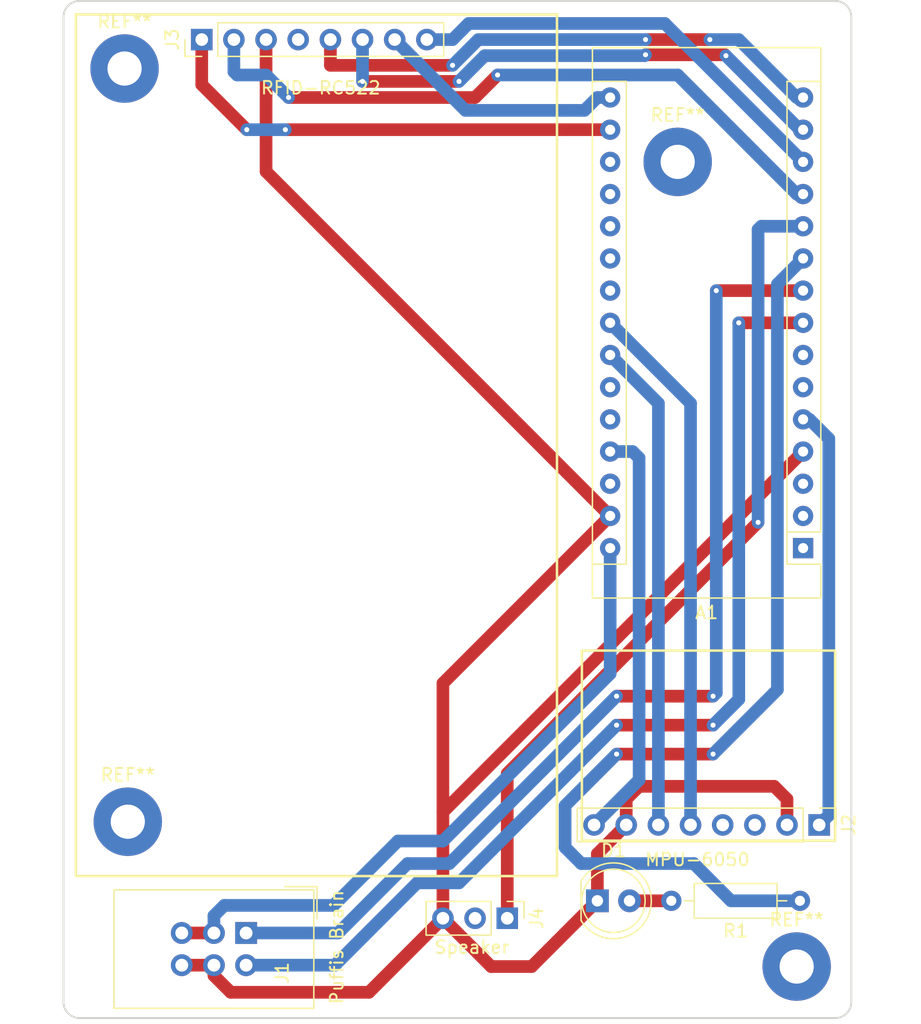
<source format=kicad_pcb>
(kicad_pcb (version 4) (host pcbnew 4.0.7)

  (general
    (links 25)
    (no_connects 0)
    (area 32.944999 27.864999 95.325001 108.279001)
    (thickness 1.6)
    (drawings 16)
    (tracks 131)
    (zones 0)
    (modules 11)
    (nets 35)
  )

  (page A4)
  (layers
    (0 F.Cu signal)
    (31 B.Cu signal)
    (32 B.Adhes user)
    (33 F.Adhes user)
    (34 B.Paste user)
    (35 F.Paste user)
    (36 B.SilkS user)
    (37 F.SilkS user)
    (38 B.Mask user)
    (39 F.Mask user)
    (40 Dwgs.User user)
    (41 Cmts.User user)
    (42 Eco1.User user)
    (43 Eco2.User user)
    (44 Edge.Cuts user)
    (45 Margin user)
    (46 B.CrtYd user)
    (47 F.CrtYd user)
    (48 B.Fab user)
    (49 F.Fab user)
  )

  (setup
    (last_trace_width 1)
    (user_trace_width 0.5)
    (user_trace_width 1)
    (user_trace_width 1.5)
    (user_trace_width 2)
    (trace_clearance 0.2)
    (zone_clearance 0.508)
    (zone_45_only no)
    (trace_min 0.2)
    (segment_width 0.2)
    (edge_width 0.15)
    (via_size 0.6)
    (via_drill 0.4)
    (via_min_size 0.4)
    (via_min_drill 0.3)
    (uvia_size 0.3)
    (uvia_drill 0.1)
    (uvias_allowed no)
    (uvia_min_size 0.2)
    (uvia_min_drill 0.1)
    (pcb_text_width 0.3)
    (pcb_text_size 1.5 1.5)
    (mod_edge_width 0.15)
    (mod_text_size 1 1)
    (mod_text_width 0.15)
    (pad_size 1.524 1.524)
    (pad_drill 0.762)
    (pad_to_mask_clearance 0.2)
    (aux_axis_origin 0 0)
    (visible_elements FFFFFF7F)
    (pcbplotparams
      (layerselection 0x00030_80000001)
      (usegerberextensions false)
      (excludeedgelayer true)
      (linewidth 0.100000)
      (plotframeref false)
      (viasonmask false)
      (mode 1)
      (useauxorigin false)
      (hpglpennumber 1)
      (hpglpenspeed 20)
      (hpglpendiameter 15)
      (hpglpenoverlay 2)
      (psnegative false)
      (psa4output false)
      (plotreference true)
      (plotvalue true)
      (plotinvisibletext false)
      (padsonsilk false)
      (subtractmaskfromsilk false)
      (outputformat 1)
      (mirror false)
      (drillshape 1)
      (scaleselection 1)
      (outputdirectory ""))
  )

  (net 0 "")
  (net 1 "Net-(A1-Pad1)")
  (net 2 /33v)
  (net 3 "Net-(A1-Pad2)")
  (net 4 "Net-(A1-Pad18)")
  (net 5 "Net-(A1-Pad3)")
  (net 6 "Net-(A1-Pad19)")
  (net 7 /GND)
  (net 8 "Net-(A1-Pad20)")
  (net 9 /mpu_int)
  (net 10 "Net-(A1-Pad21)")
  (net 11 "Net-(A1-Pad6)")
  (net 12 "Net-(A1-Pad22)")
  (net 13 "Net-(A1-Pad7)")
  (net 14 /SCA)
  (net 15 /RX)
  (net 16 /SCL)
  (net 17 /TX)
  (net 18 "Net-(A1-Pad25)")
  (net 19 /sig_armed)
  (net 20 "Net-(A1-Pad26)")
  (net 21 /beep)
  (net 22 /5v)
  (net 23 /rfid_rst)
  (net 24 "Net-(A1-Pad28)")
  (net 25 /rfid_ss)
  (net 26 /rfid_mosi)
  (net 27 /VDD)
  (net 28 /rfid_miso)
  (net 29 /rfid_sck)
  (net 30 "Net-(D1-Pad2)")
  (net 31 "Net-(J2-Pad3)")
  (net 32 "Net-(J2-Pad4)")
  (net 33 "Net-(J3-Pad4)")
  (net 34 "Net-(J4-Pad2)")

  (net_class Default "This is the default net class."
    (clearance 0.2)
    (trace_width 0.25)
    (via_dia 0.6)
    (via_drill 0.4)
    (uvia_dia 0.3)
    (uvia_drill 0.1)
    (add_net /33v)
    (add_net /5v)
    (add_net /GND)
    (add_net /RX)
    (add_net /SCA)
    (add_net /SCL)
    (add_net /TX)
    (add_net /VDD)
    (add_net /beep)
    (add_net /mpu_int)
    (add_net /rfid_miso)
    (add_net /rfid_mosi)
    (add_net /rfid_rst)
    (add_net /rfid_sck)
    (add_net /rfid_ss)
    (add_net /sig_armed)
    (add_net "Net-(A1-Pad1)")
    (add_net "Net-(A1-Pad18)")
    (add_net "Net-(A1-Pad19)")
    (add_net "Net-(A1-Pad2)")
    (add_net "Net-(A1-Pad20)")
    (add_net "Net-(A1-Pad21)")
    (add_net "Net-(A1-Pad22)")
    (add_net "Net-(A1-Pad25)")
    (add_net "Net-(A1-Pad26)")
    (add_net "Net-(A1-Pad28)")
    (add_net "Net-(A1-Pad3)")
    (add_net "Net-(A1-Pad6)")
    (add_net "Net-(A1-Pad7)")
    (add_net "Net-(D1-Pad2)")
    (add_net "Net-(J2-Pad3)")
    (add_net "Net-(J2-Pad4)")
    (add_net "Net-(J3-Pad4)")
    (add_net "Net-(J4-Pad2)")
  )

  (module Module:Arduino_Nano (layer F.Cu) (tedit 58ACAF70) (tstamp 5C201AB8)
    (at 91.44 71.12 180)
    (descr "Arduino Nano, http://www.mouser.com/pdfdocs/Gravitech_Arduino_Nano3_0.pdf")
    (tags "Arduino Nano")
    (path /5C201256)
    (fp_text reference A1 (at 7.62 -5.08 180) (layer F.SilkS)
      (effects (font (size 1 1) (thickness 0.15)))
    )
    (fp_text value Arduino_Nano_v3.x (at 8.89 19.05 270) (layer F.Fab)
      (effects (font (size 1 1) (thickness 0.15)))
    )
    (fp_text user %R (at 6.35 19.05 270) (layer F.Fab)
      (effects (font (size 1 1) (thickness 0.15)))
    )
    (fp_line (start 1.27 1.27) (end 1.27 -1.27) (layer F.SilkS) (width 0.12))
    (fp_line (start 1.27 -1.27) (end -1.4 -1.27) (layer F.SilkS) (width 0.12))
    (fp_line (start -1.4 1.27) (end -1.4 39.5) (layer F.SilkS) (width 0.12))
    (fp_line (start -1.4 -3.94) (end -1.4 -1.27) (layer F.SilkS) (width 0.12))
    (fp_line (start 13.97 -1.27) (end 16.64 -1.27) (layer F.SilkS) (width 0.12))
    (fp_line (start 13.97 -1.27) (end 13.97 36.83) (layer F.SilkS) (width 0.12))
    (fp_line (start 13.97 36.83) (end 16.64 36.83) (layer F.SilkS) (width 0.12))
    (fp_line (start 1.27 1.27) (end -1.4 1.27) (layer F.SilkS) (width 0.12))
    (fp_line (start 1.27 1.27) (end 1.27 36.83) (layer F.SilkS) (width 0.12))
    (fp_line (start 1.27 36.83) (end -1.4 36.83) (layer F.SilkS) (width 0.12))
    (fp_line (start 3.81 31.75) (end 11.43 31.75) (layer F.Fab) (width 0.1))
    (fp_line (start 11.43 31.75) (end 11.43 41.91) (layer F.Fab) (width 0.1))
    (fp_line (start 11.43 41.91) (end 3.81 41.91) (layer F.Fab) (width 0.1))
    (fp_line (start 3.81 41.91) (end 3.81 31.75) (layer F.Fab) (width 0.1))
    (fp_line (start -1.4 39.5) (end 16.64 39.5) (layer F.SilkS) (width 0.12))
    (fp_line (start 16.64 39.5) (end 16.64 -3.94) (layer F.SilkS) (width 0.12))
    (fp_line (start 16.64 -3.94) (end -1.4 -3.94) (layer F.SilkS) (width 0.12))
    (fp_line (start 16.51 39.37) (end -1.27 39.37) (layer F.Fab) (width 0.1))
    (fp_line (start -1.27 39.37) (end -1.27 -2.54) (layer F.Fab) (width 0.1))
    (fp_line (start -1.27 -2.54) (end 0 -3.81) (layer F.Fab) (width 0.1))
    (fp_line (start 0 -3.81) (end 16.51 -3.81) (layer F.Fab) (width 0.1))
    (fp_line (start 16.51 -3.81) (end 16.51 39.37) (layer F.Fab) (width 0.1))
    (fp_line (start -1.53 -4.06) (end 16.75 -4.06) (layer F.CrtYd) (width 0.05))
    (fp_line (start -1.53 -4.06) (end -1.53 42.16) (layer F.CrtYd) (width 0.05))
    (fp_line (start 16.75 42.16) (end 16.75 -4.06) (layer F.CrtYd) (width 0.05))
    (fp_line (start 16.75 42.16) (end -1.53 42.16) (layer F.CrtYd) (width 0.05))
    (pad 1 thru_hole rect (at 0 0 180) (size 1.6 1.6) (drill 0.8) (layers *.Cu *.Mask)
      (net 1 "Net-(A1-Pad1)"))
    (pad 17 thru_hole oval (at 15.24 33.02 180) (size 1.6 1.6) (drill 0.8) (layers *.Cu *.Mask)
      (net 2 /33v))
    (pad 2 thru_hole oval (at 0 2.54 180) (size 1.6 1.6) (drill 0.8) (layers *.Cu *.Mask)
      (net 3 "Net-(A1-Pad2)"))
    (pad 18 thru_hole oval (at 15.24 30.48 180) (size 1.6 1.6) (drill 0.8) (layers *.Cu *.Mask)
      (net 4 "Net-(A1-Pad18)"))
    (pad 3 thru_hole oval (at 0 5.08 180) (size 1.6 1.6) (drill 0.8) (layers *.Cu *.Mask)
      (net 5 "Net-(A1-Pad3)"))
    (pad 19 thru_hole oval (at 15.24 27.94 180) (size 1.6 1.6) (drill 0.8) (layers *.Cu *.Mask)
      (net 6 "Net-(A1-Pad19)"))
    (pad 4 thru_hole oval (at 0 7.62 180) (size 1.6 1.6) (drill 0.8) (layers *.Cu *.Mask)
      (net 7 /GND))
    (pad 20 thru_hole oval (at 15.24 25.4 180) (size 1.6 1.6) (drill 0.8) (layers *.Cu *.Mask)
      (net 8 "Net-(A1-Pad20)"))
    (pad 5 thru_hole oval (at 0 10.16 180) (size 1.6 1.6) (drill 0.8) (layers *.Cu *.Mask)
      (net 9 /mpu_int))
    (pad 21 thru_hole oval (at 15.24 22.86 180) (size 1.6 1.6) (drill 0.8) (layers *.Cu *.Mask)
      (net 10 "Net-(A1-Pad21)"))
    (pad 6 thru_hole oval (at 0 12.7 180) (size 1.6 1.6) (drill 0.8) (layers *.Cu *.Mask)
      (net 11 "Net-(A1-Pad6)"))
    (pad 22 thru_hole oval (at 15.24 20.32 180) (size 1.6 1.6) (drill 0.8) (layers *.Cu *.Mask)
      (net 12 "Net-(A1-Pad22)"))
    (pad 7 thru_hole oval (at 0 15.24 180) (size 1.6 1.6) (drill 0.8) (layers *.Cu *.Mask)
      (net 13 "Net-(A1-Pad7)"))
    (pad 23 thru_hole oval (at 15.24 17.78 180) (size 1.6 1.6) (drill 0.8) (layers *.Cu *.Mask)
      (net 14 /SCA))
    (pad 8 thru_hole oval (at 0 17.78 180) (size 1.6 1.6) (drill 0.8) (layers *.Cu *.Mask)
      (net 15 /RX))
    (pad 24 thru_hole oval (at 15.24 15.24 180) (size 1.6 1.6) (drill 0.8) (layers *.Cu *.Mask)
      (net 16 /SCL))
    (pad 9 thru_hole oval (at 0 20.32 180) (size 1.6 1.6) (drill 0.8) (layers *.Cu *.Mask)
      (net 17 /TX))
    (pad 25 thru_hole oval (at 15.24 12.7 180) (size 1.6 1.6) (drill 0.8) (layers *.Cu *.Mask)
      (net 18 "Net-(A1-Pad25)"))
    (pad 10 thru_hole oval (at 0 22.86 180) (size 1.6 1.6) (drill 0.8) (layers *.Cu *.Mask)
      (net 19 /sig_armed))
    (pad 26 thru_hole oval (at 15.24 10.16 180) (size 1.6 1.6) (drill 0.8) (layers *.Cu *.Mask)
      (net 20 "Net-(A1-Pad26)"))
    (pad 11 thru_hole oval (at 0 25.4 180) (size 1.6 1.6) (drill 0.8) (layers *.Cu *.Mask)
      (net 21 /beep))
    (pad 27 thru_hole oval (at 15.24 7.62 180) (size 1.6 1.6) (drill 0.8) (layers *.Cu *.Mask)
      (net 22 /5v))
    (pad 12 thru_hole oval (at 0 27.94 180) (size 1.6 1.6) (drill 0.8) (layers *.Cu *.Mask)
      (net 23 /rfid_rst))
    (pad 28 thru_hole oval (at 15.24 5.08 180) (size 1.6 1.6) (drill 0.8) (layers *.Cu *.Mask)
      (net 24 "Net-(A1-Pad28)"))
    (pad 13 thru_hole oval (at 0 30.48 180) (size 1.6 1.6) (drill 0.8) (layers *.Cu *.Mask)
      (net 25 /rfid_ss))
    (pad 29 thru_hole oval (at 15.24 2.54 180) (size 1.6 1.6) (drill 0.8) (layers *.Cu *.Mask)
      (net 7 /GND))
    (pad 14 thru_hole oval (at 0 33.02 180) (size 1.6 1.6) (drill 0.8) (layers *.Cu *.Mask)
      (net 26 /rfid_mosi))
    (pad 30 thru_hole oval (at 15.24 0 180) (size 1.6 1.6) (drill 0.8) (layers *.Cu *.Mask)
      (net 27 /VDD))
    (pad 15 thru_hole oval (at 0 35.56 180) (size 1.6 1.6) (drill 0.8) (layers *.Cu *.Mask)
      (net 28 /rfid_miso))
    (pad 16 thru_hole oval (at 15.24 35.56 180) (size 1.6 1.6) (drill 0.8) (layers *.Cu *.Mask)
      (net 29 /rfid_sck))
    (model ${KISYS3DMOD}/Module.3dshapes/Arduino_Nano_WithMountingHoles.wrl
      (at (xyz 0 0 0))
      (scale (xyz 1 1 1))
      (rotate (xyz 0 0 0))
    )
  )

  (module led:LED_D5.0mm_Clear (layer F.Cu) (tedit 5A6C9BC0) (tstamp 5C201ABE)
    (at 75.19 98.952)
    (descr "LED, diameter 5.0mm, 2 pins, http://cdn-reichelt.de/documents/datenblatt/A500/LL-504BC2E-009.pdf")
    (tags "LED diameter 5.0mm 2 pins")
    (path /5C20148A)
    (fp_text reference D1 (at 1.27 -3.96) (layer F.SilkS)
      (effects (font (size 1 1) (thickness 0.15)))
    )
    (fp_text value LED (at 1.27 3.96) (layer F.Fab)
      (effects (font (size 1 1) (thickness 0.15)))
    )
    (fp_text user %R (at 1.25 0) (layer F.Fab)
      (effects (font (size 0.8 0.8) (thickness 0.2)))
    )
    (fp_line (start -1.23 -1.469694) (end -1.23 1.469694) (layer F.Fab) (width 0.1))
    (fp_line (start -1.29 -1.545) (end -1.29 1.545) (layer F.SilkS) (width 0.12))
    (fp_line (start -1.95 -3.25) (end -1.95 3.25) (layer F.CrtYd) (width 0.05))
    (fp_line (start -1.95 3.25) (end 4.5 3.25) (layer F.CrtYd) (width 0.05))
    (fp_line (start 4.5 3.25) (end 4.5 -3.25) (layer F.CrtYd) (width 0.05))
    (fp_line (start 4.5 -3.25) (end -1.95 -3.25) (layer F.CrtYd) (width 0.05))
    (fp_circle (center 1.27 0) (end 3.77 0) (layer F.Fab) (width 0.1))
    (fp_circle (center 1.27 0) (end 3.77 0) (layer F.SilkS) (width 0.12))
    (fp_arc (start 1.27 0) (end -1.23 -1.469694) (angle 299.1) (layer F.Fab) (width 0.1))
    (fp_arc (start 1.27 0) (end -1.29 -1.54483) (angle 148.9) (layer F.SilkS) (width 0.12))
    (fp_arc (start 1.27 0) (end -1.29 1.54483) (angle -148.9) (layer F.SilkS) (width 0.12))
    (pad 1 thru_hole rect (at 0 0) (size 1.8 1.8) (drill 0.9) (layers *.Cu *.Mask)
      (net 7 /GND))
    (pad 2 thru_hole circle (at 2.54 0) (size 1.8 1.8) (drill 0.9) (layers *.Cu *.Mask)
      (net 30 "Net-(D1-Pad2)"))
    (model ${KISYS3DMOD}/LED_THT.3dshapes/LED_D5.0mm_Clear.wrl
      (at (xyz 0 0 0))
      (scale (xyz 1 1 1))
      (rotate (xyz 0 0 0))
    )
  )

  (module Connector_IDC:IDC-Header_2x03_P2.54mm_Vertical (layer F.Cu) (tedit 5C20217F) (tstamp 5C201AC8)
    (at 47.444 101.492 270)
    (descr "Through hole straight IDC box header, 2x03, 2.54mm pitch, double rows")
    (tags "Through hole IDC box header THT 2x03 2.54mm double row")
    (path /5C2012C5)
    (fp_text reference J1 (at 3.156 -2.848 270) (layer F.SilkS)
      (effects (font (size 1 1) (thickness 0.15)))
    )
    (fp_text value "Puffis Brain" (at 1.124 -7.166 450) (layer F.SilkS)
      (effects (font (size 1 1) (thickness 0.15)))
    )
    (fp_text user %R (at 1.27 2.54 270) (layer F.Fab)
      (effects (font (size 1 1) (thickness 0.15)))
    )
    (fp_line (start 5.695 -5.1) (end 5.695 10.18) (layer F.Fab) (width 0.1))
    (fp_line (start 5.145 -4.56) (end 5.145 9.62) (layer F.Fab) (width 0.1))
    (fp_line (start -3.155 -5.1) (end -3.155 10.18) (layer F.Fab) (width 0.1))
    (fp_line (start -2.605 -4.56) (end -2.605 0.29) (layer F.Fab) (width 0.1))
    (fp_line (start -2.605 4.79) (end -2.605 9.62) (layer F.Fab) (width 0.1))
    (fp_line (start -2.605 0.29) (end -3.155 0.29) (layer F.Fab) (width 0.1))
    (fp_line (start -2.605 4.79) (end -3.155 4.79) (layer F.Fab) (width 0.1))
    (fp_line (start 5.695 -5.1) (end -3.155 -5.1) (layer F.Fab) (width 0.1))
    (fp_line (start 5.145 -4.56) (end -2.605 -4.56) (layer F.Fab) (width 0.1))
    (fp_line (start 5.695 10.18) (end -3.155 10.18) (layer F.Fab) (width 0.1))
    (fp_line (start 5.145 9.62) (end -2.605 9.62) (layer F.Fab) (width 0.1))
    (fp_line (start 5.695 -5.1) (end 5.145 -4.56) (layer F.Fab) (width 0.1))
    (fp_line (start 5.695 10.18) (end 5.145 9.62) (layer F.Fab) (width 0.1))
    (fp_line (start -3.155 -5.1) (end -2.605 -4.56) (layer F.Fab) (width 0.1))
    (fp_line (start -3.155 10.18) (end -2.605 9.62) (layer F.Fab) (width 0.1))
    (fp_line (start 5.95 -5.35) (end 5.95 10.43) (layer F.CrtYd) (width 0.05))
    (fp_line (start 5.95 10.43) (end -3.41 10.43) (layer F.CrtYd) (width 0.05))
    (fp_line (start -3.41 10.43) (end -3.41 -5.35) (layer F.CrtYd) (width 0.05))
    (fp_line (start -3.41 -5.35) (end 5.95 -5.35) (layer F.CrtYd) (width 0.05))
    (fp_line (start 5.945 -5.35) (end 5.945 10.43) (layer F.SilkS) (width 0.12))
    (fp_line (start 5.945 10.43) (end -3.405 10.43) (layer F.SilkS) (width 0.12))
    (fp_line (start -3.405 10.43) (end -3.405 -5.35) (layer F.SilkS) (width 0.12))
    (fp_line (start -3.405 -5.35) (end 5.945 -5.35) (layer F.SilkS) (width 0.12))
    (fp_line (start -3.655 -5.6) (end -3.655 -3.06) (layer F.SilkS) (width 0.12))
    (fp_line (start -3.655 -5.6) (end -1.115 -5.6) (layer F.SilkS) (width 0.12))
    (pad 1 thru_hole rect (at 0 0 270) (size 1.7272 1.7272) (drill 1.016) (layers *.Cu *.Mask)
      (net 17 /TX))
    (pad 2 thru_hole oval (at 2.54 0 270) (size 1.7272 1.7272) (drill 1.016) (layers *.Cu *.Mask)
      (net 15 /RX))
    (pad 3 thru_hole oval (at 0 2.54 270) (size 1.7272 1.7272) (drill 1.016) (layers *.Cu *.Mask)
      (net 27 /VDD))
    (pad 4 thru_hole oval (at 2.54 2.54 270) (size 1.7272 1.7272) (drill 1.016) (layers *.Cu *.Mask)
      (net 7 /GND))
    (pad 5 thru_hole oval (at 0 5.08 270) (size 1.7272 1.7272) (drill 1.016) (layers *.Cu *.Mask)
      (net 27 /VDD))
    (pad 6 thru_hole oval (at 2.54 5.08 270) (size 1.7272 1.7272) (drill 1.016) (layers *.Cu *.Mask)
      (net 7 /GND))
    (model ${KISYS3DMOD}/Connector_IDC.3dshapes/IDC-Header_2x03_P2.54mm_Vertical.wrl
      (at (xyz 0 0 0))
      (scale (xyz 1 1 1))
      (rotate (xyz 0 0 0))
    )
  )

  (module Connector_PinHeader_2.54mm:PinHeader_1x08_P2.54mm_Vertical (layer F.Cu) (tedit 5C20210E) (tstamp 5C201AD4)
    (at 92.71 92.964 270)
    (descr "Through hole straight pin header, 1x08, 2.54mm pitch, single row")
    (tags "Through hole pin header THT 1x08 2.54mm single row")
    (path /5C201326)
    (fp_text reference J2 (at 0 -2.33 270) (layer F.SilkS)
      (effects (font (size 1 1) (thickness 0.15)))
    )
    (fp_text value MPU-6050 (at 2.736 9.614 360) (layer F.SilkS)
      (effects (font (size 1 1) (thickness 0.15)))
    )
    (fp_line (start -0.635 -1.27) (end 1.27 -1.27) (layer F.Fab) (width 0.1))
    (fp_line (start 1.27 -1.27) (end 1.27 19.05) (layer F.Fab) (width 0.1))
    (fp_line (start 1.27 19.05) (end -1.27 19.05) (layer F.Fab) (width 0.1))
    (fp_line (start -1.27 19.05) (end -1.27 -0.635) (layer F.Fab) (width 0.1))
    (fp_line (start -1.27 -0.635) (end -0.635 -1.27) (layer F.Fab) (width 0.1))
    (fp_line (start -1.33 19.11) (end 1.33 19.11) (layer F.SilkS) (width 0.12))
    (fp_line (start -1.33 1.27) (end -1.33 19.11) (layer F.SilkS) (width 0.12))
    (fp_line (start 1.33 1.27) (end 1.33 19.11) (layer F.SilkS) (width 0.12))
    (fp_line (start -1.33 1.27) (end 1.33 1.27) (layer F.SilkS) (width 0.12))
    (fp_line (start -1.33 0) (end -1.33 -1.33) (layer F.SilkS) (width 0.12))
    (fp_line (start -1.33 -1.33) (end 0 -1.33) (layer F.SilkS) (width 0.12))
    (fp_line (start -1.8 -1.8) (end -1.8 19.55) (layer F.CrtYd) (width 0.05))
    (fp_line (start -1.8 19.55) (end 1.8 19.55) (layer F.CrtYd) (width 0.05))
    (fp_line (start 1.8 19.55) (end 1.8 -1.8) (layer F.CrtYd) (width 0.05))
    (fp_line (start 1.8 -1.8) (end -1.8 -1.8) (layer F.CrtYd) (width 0.05))
    (fp_text user %R (at 0 8.89 360) (layer F.Fab)
      (effects (font (size 1 1) (thickness 0.15)))
    )
    (pad 1 thru_hole rect (at 0 0 270) (size 1.7 1.7) (drill 1) (layers *.Cu *.Mask)
      (net 9 /mpu_int))
    (pad 2 thru_hole oval (at 0 2.54 270) (size 1.7 1.7) (drill 1) (layers *.Cu *.Mask)
      (net 7 /GND))
    (pad 3 thru_hole oval (at 0 5.08 270) (size 1.7 1.7) (drill 1) (layers *.Cu *.Mask)
      (net 31 "Net-(J2-Pad3)"))
    (pad 4 thru_hole oval (at 0 7.62 270) (size 1.7 1.7) (drill 1) (layers *.Cu *.Mask)
      (net 32 "Net-(J2-Pad4)"))
    (pad 5 thru_hole oval (at 0 10.16 270) (size 1.7 1.7) (drill 1) (layers *.Cu *.Mask)
      (net 14 /SCA))
    (pad 6 thru_hole oval (at 0 12.7 270) (size 1.7 1.7) (drill 1) (layers *.Cu *.Mask)
      (net 16 /SCL))
    (pad 7 thru_hole oval (at 0 15.24 270) (size 1.7 1.7) (drill 1) (layers *.Cu *.Mask)
      (net 7 /GND))
    (pad 8 thru_hole oval (at 0 17.78 270) (size 1.7 1.7) (drill 1) (layers *.Cu *.Mask)
      (net 22 /5v))
    (model ${KISYS3DMOD}/Connector_PinHeader_2.54mm.3dshapes/PinHeader_1x08_P2.54mm_Vertical.wrl
      (at (xyz 0 0 0))
      (scale (xyz 1 1 1))
      (rotate (xyz 0 0 0))
    )
  )

  (module Connector_PinHeader_2.54mm:PinHeader_1x08_P2.54mm_Vertical (layer F.Cu) (tedit 5C202108) (tstamp 5C201AE0)
    (at 43.942 30.988 90)
    (descr "Through hole straight pin header, 1x08, 2.54mm pitch, single row")
    (tags "Through hole pin header THT 1x08 2.54mm single row")
    (path /5C20137D)
    (fp_text reference J3 (at 0 -2.33 90) (layer F.SilkS)
      (effects (font (size 1 1) (thickness 0.15)))
    )
    (fp_text value RFID-RC522 (at -3.81 9.398 180) (layer F.SilkS)
      (effects (font (size 1 1) (thickness 0.15)))
    )
    (fp_line (start -0.635 -1.27) (end 1.27 -1.27) (layer F.Fab) (width 0.1))
    (fp_line (start 1.27 -1.27) (end 1.27 19.05) (layer F.Fab) (width 0.1))
    (fp_line (start 1.27 19.05) (end -1.27 19.05) (layer F.Fab) (width 0.1))
    (fp_line (start -1.27 19.05) (end -1.27 -0.635) (layer F.Fab) (width 0.1))
    (fp_line (start -1.27 -0.635) (end -0.635 -1.27) (layer F.Fab) (width 0.1))
    (fp_line (start -1.33 19.11) (end 1.33 19.11) (layer F.SilkS) (width 0.12))
    (fp_line (start -1.33 1.27) (end -1.33 19.11) (layer F.SilkS) (width 0.12))
    (fp_line (start 1.33 1.27) (end 1.33 19.11) (layer F.SilkS) (width 0.12))
    (fp_line (start -1.33 1.27) (end 1.33 1.27) (layer F.SilkS) (width 0.12))
    (fp_line (start -1.33 0) (end -1.33 -1.33) (layer F.SilkS) (width 0.12))
    (fp_line (start -1.33 -1.33) (end 0 -1.33) (layer F.SilkS) (width 0.12))
    (fp_line (start -1.8 -1.8) (end -1.8 19.55) (layer F.CrtYd) (width 0.05))
    (fp_line (start -1.8 19.55) (end 1.8 19.55) (layer F.CrtYd) (width 0.05))
    (fp_line (start 1.8 19.55) (end 1.8 -1.8) (layer F.CrtYd) (width 0.05))
    (fp_line (start 1.8 -1.8) (end -1.8 -1.8) (layer F.CrtYd) (width 0.05))
    (fp_text user %R (at 0 8.89 180) (layer F.Fab)
      (effects (font (size 1 1) (thickness 0.15)))
    )
    (pad 1 thru_hole rect (at 0 0 90) (size 1.7 1.7) (drill 1) (layers *.Cu *.Mask)
      (net 2 /33v))
    (pad 2 thru_hole oval (at 0 2.54 90) (size 1.7 1.7) (drill 1) (layers *.Cu *.Mask)
      (net 23 /rfid_rst))
    (pad 3 thru_hole oval (at 0 5.08 90) (size 1.7 1.7) (drill 1) (layers *.Cu *.Mask)
      (net 7 /GND))
    (pad 4 thru_hole oval (at 0 7.62 90) (size 1.7 1.7) (drill 1) (layers *.Cu *.Mask)
      (net 33 "Net-(J3-Pad4)"))
    (pad 5 thru_hole oval (at 0 10.16 90) (size 1.7 1.7) (drill 1) (layers *.Cu *.Mask)
      (net 28 /rfid_miso))
    (pad 6 thru_hole oval (at 0 12.7 90) (size 1.7 1.7) (drill 1) (layers *.Cu *.Mask)
      (net 26 /rfid_mosi))
    (pad 7 thru_hole oval (at 0 15.24 90) (size 1.7 1.7) (drill 1) (layers *.Cu *.Mask)
      (net 29 /rfid_sck))
    (pad 8 thru_hole oval (at 0 17.78 90) (size 1.7 1.7) (drill 1) (layers *.Cu *.Mask)
      (net 25 /rfid_ss))
    (model ${KISYS3DMOD}/Connector_PinHeader_2.54mm.3dshapes/PinHeader_1x08_P2.54mm_Vertical.wrl
      (at (xyz 0 0 0))
      (scale (xyz 1 1 1))
      (rotate (xyz 0 0 0))
    )
  )

  (module Connector_PinHeader_2.54mm:PinHeader_1x03_P2.54mm_Vertical (layer F.Cu) (tedit 5C20216B) (tstamp 5C201AE7)
    (at 68.072 100.33 270)
    (descr "Through hole straight pin header, 1x03, 2.54mm pitch, single row")
    (tags "Through hole pin header THT 1x03 2.54mm single row")
    (path /5C20140B)
    (fp_text reference J4 (at 0 -2.33 270) (layer F.SilkS)
      (effects (font (size 1 1) (thickness 0.15)))
    )
    (fp_text value Speaker (at 2.286 2.794 360) (layer F.SilkS)
      (effects (font (size 1 1) (thickness 0.15)))
    )
    (fp_line (start -0.635 -1.27) (end 1.27 -1.27) (layer F.Fab) (width 0.1))
    (fp_line (start 1.27 -1.27) (end 1.27 6.35) (layer F.Fab) (width 0.1))
    (fp_line (start 1.27 6.35) (end -1.27 6.35) (layer F.Fab) (width 0.1))
    (fp_line (start -1.27 6.35) (end -1.27 -0.635) (layer F.Fab) (width 0.1))
    (fp_line (start -1.27 -0.635) (end -0.635 -1.27) (layer F.Fab) (width 0.1))
    (fp_line (start -1.33 6.41) (end 1.33 6.41) (layer F.SilkS) (width 0.12))
    (fp_line (start -1.33 1.27) (end -1.33 6.41) (layer F.SilkS) (width 0.12))
    (fp_line (start 1.33 1.27) (end 1.33 6.41) (layer F.SilkS) (width 0.12))
    (fp_line (start -1.33 1.27) (end 1.33 1.27) (layer F.SilkS) (width 0.12))
    (fp_line (start -1.33 0) (end -1.33 -1.33) (layer F.SilkS) (width 0.12))
    (fp_line (start -1.33 -1.33) (end 0 -1.33) (layer F.SilkS) (width 0.12))
    (fp_line (start -1.8 -1.8) (end -1.8 6.85) (layer F.CrtYd) (width 0.05))
    (fp_line (start -1.8 6.85) (end 1.8 6.85) (layer F.CrtYd) (width 0.05))
    (fp_line (start 1.8 6.85) (end 1.8 -1.8) (layer F.CrtYd) (width 0.05))
    (fp_line (start 1.8 -1.8) (end -1.8 -1.8) (layer F.CrtYd) (width 0.05))
    (fp_text user %R (at 0 2.54 360) (layer F.Fab)
      (effects (font (size 1 1) (thickness 0.15)))
    )
    (pad 1 thru_hole rect (at 0 0 270) (size 1.7 1.7) (drill 1) (layers *.Cu *.Mask)
      (net 21 /beep))
    (pad 2 thru_hole oval (at 0 2.54 270) (size 1.7 1.7) (drill 1) (layers *.Cu *.Mask)
      (net 34 "Net-(J4-Pad2)"))
    (pad 3 thru_hole oval (at 0 5.08 270) (size 1.7 1.7) (drill 1) (layers *.Cu *.Mask)
      (net 7 /GND))
    (model ${KISYS3DMOD}/Connector_PinHeader_2.54mm.3dshapes/PinHeader_1x03_P2.54mm_Vertical.wrl
      (at (xyz 0 0 0))
      (scale (xyz 1 1 1))
      (rotate (xyz 0 0 0))
    )
  )

  (module Resistor_THT:R_Axial_DIN0207_L6.3mm_D2.5mm_P10.16mm_Horizontal (layer F.Cu) (tedit 5AE5139B) (tstamp 5C201AED)
    (at 91.19 98.952 180)
    (descr "Resistor, Axial_DIN0207 series, Axial, Horizontal, pin pitch=10.16mm, 0.25W = 1/4W, length*diameter=6.3*2.5mm^2, http://cdn-reichelt.de/documents/datenblatt/B400/1_4W%23YAG.pdf")
    (tags "Resistor Axial_DIN0207 series Axial Horizontal pin pitch 10.16mm 0.25W = 1/4W length 6.3mm diameter 2.5mm")
    (path /5C201545)
    (fp_text reference R1 (at 5.08 -2.37 180) (layer F.SilkS)
      (effects (font (size 1 1) (thickness 0.15)))
    )
    (fp_text value 220 (at 5.08 2.37 180) (layer F.Fab)
      (effects (font (size 1 1) (thickness 0.15)))
    )
    (fp_line (start 1.93 -1.25) (end 1.93 1.25) (layer F.Fab) (width 0.1))
    (fp_line (start 1.93 1.25) (end 8.23 1.25) (layer F.Fab) (width 0.1))
    (fp_line (start 8.23 1.25) (end 8.23 -1.25) (layer F.Fab) (width 0.1))
    (fp_line (start 8.23 -1.25) (end 1.93 -1.25) (layer F.Fab) (width 0.1))
    (fp_line (start 0 0) (end 1.93 0) (layer F.Fab) (width 0.1))
    (fp_line (start 10.16 0) (end 8.23 0) (layer F.Fab) (width 0.1))
    (fp_line (start 1.81 -1.37) (end 1.81 1.37) (layer F.SilkS) (width 0.12))
    (fp_line (start 1.81 1.37) (end 8.35 1.37) (layer F.SilkS) (width 0.12))
    (fp_line (start 8.35 1.37) (end 8.35 -1.37) (layer F.SilkS) (width 0.12))
    (fp_line (start 8.35 -1.37) (end 1.81 -1.37) (layer F.SilkS) (width 0.12))
    (fp_line (start 1.04 0) (end 1.81 0) (layer F.SilkS) (width 0.12))
    (fp_line (start 9.12 0) (end 8.35 0) (layer F.SilkS) (width 0.12))
    (fp_line (start -1.05 -1.5) (end -1.05 1.5) (layer F.CrtYd) (width 0.05))
    (fp_line (start -1.05 1.5) (end 11.21 1.5) (layer F.CrtYd) (width 0.05))
    (fp_line (start 11.21 1.5) (end 11.21 -1.5) (layer F.CrtYd) (width 0.05))
    (fp_line (start 11.21 -1.5) (end -1.05 -1.5) (layer F.CrtYd) (width 0.05))
    (fp_text user %R (at 5.08 0 180) (layer F.Fab)
      (effects (font (size 1 1) (thickness 0.15)))
    )
    (pad 1 thru_hole circle (at 0 0 180) (size 1.6 1.6) (drill 0.8) (layers *.Cu *.Mask)
      (net 19 /sig_armed))
    (pad 2 thru_hole oval (at 10.16 0 180) (size 1.6 1.6) (drill 0.8) (layers *.Cu *.Mask)
      (net 30 "Net-(D1-Pad2)"))
    (model ${KISYS3DMOD}/Resistor_THT.3dshapes/R_Axial_DIN0207_L6.3mm_D2.5mm_P10.16mm_Horizontal.wrl
      (at (xyz 0 0 0))
      (scale (xyz 1 1 1))
      (rotate (xyz 0 0 0))
    )
  )

  (module MountingHole:MountingHole_2.7mm_Pad (layer F.Cu) (tedit 56D1B4CB) (tstamp 5C202734)
    (at 90.932 104.14)
    (descr "Mounting Hole 2.7mm")
    (tags "mounting hole 2.7mm")
    (attr virtual)
    (fp_text reference REF** (at 0 -3.7) (layer F.SilkS)
      (effects (font (size 1 1) (thickness 0.15)))
    )
    (fp_text value MountingHole_2.7mm_Pad (at 0 3.7) (layer F.Fab)
      (effects (font (size 1 1) (thickness 0.15)))
    )
    (fp_text user %R (at 0.3 0) (layer F.Fab)
      (effects (font (size 1 1) (thickness 0.15)))
    )
    (fp_circle (center 0 0) (end 2.7 0) (layer Cmts.User) (width 0.15))
    (fp_circle (center 0 0) (end 2.95 0) (layer F.CrtYd) (width 0.05))
    (pad 1 thru_hole circle (at 0 0) (size 5.4 5.4) (drill 2.7) (layers *.Cu *.Mask))
  )

  (module MountingHole:MountingHole_2.7mm_Pad (layer F.Cu) (tedit 56D1B4CB) (tstamp 5C20273B)
    (at 38.1 92.71)
    (descr "Mounting Hole 2.7mm")
    (tags "mounting hole 2.7mm")
    (attr virtual)
    (fp_text reference REF** (at 0 -3.7) (layer F.SilkS)
      (effects (font (size 1 1) (thickness 0.15)))
    )
    (fp_text value MountingHole_2.7mm_Pad (at 0 3.7) (layer F.Fab)
      (effects (font (size 1 1) (thickness 0.15)))
    )
    (fp_text user %R (at 0.3 0) (layer F.Fab)
      (effects (font (size 1 1) (thickness 0.15)))
    )
    (fp_circle (center 0 0) (end 2.7 0) (layer Cmts.User) (width 0.15))
    (fp_circle (center 0 0) (end 2.95 0) (layer F.CrtYd) (width 0.05))
    (pad 1 thru_hole circle (at 0 0) (size 5.4 5.4) (drill 2.7) (layers *.Cu *.Mask))
  )

  (module MountingHole:MountingHole_2.7mm_Pad (layer F.Cu) (tedit 56D1B4CB) (tstamp 5C202741)
    (at 37.846 33.274)
    (descr "Mounting Hole 2.7mm")
    (tags "mounting hole 2.7mm")
    (attr virtual)
    (fp_text reference REF** (at 0 -3.7) (layer F.SilkS)
      (effects (font (size 1 1) (thickness 0.15)))
    )
    (fp_text value MountingHole_2.7mm_Pad (at 0 3.7) (layer F.Fab)
      (effects (font (size 1 1) (thickness 0.15)))
    )
    (fp_text user %R (at 0.3 0) (layer F.Fab)
      (effects (font (size 1 1) (thickness 0.15)))
    )
    (fp_circle (center 0 0) (end 2.7 0) (layer Cmts.User) (width 0.15))
    (fp_circle (center 0 0) (end 2.95 0) (layer F.CrtYd) (width 0.05))
    (pad 1 thru_hole circle (at 0 0) (size 5.4 5.4) (drill 2.7) (layers *.Cu *.Mask))
  )

  (module MountingHole:MountingHole_2.7mm_Pad (layer F.Cu) (tedit 56D1B4CB) (tstamp 5C202750)
    (at 81.534 40.64)
    (descr "Mounting Hole 2.7mm")
    (tags "mounting hole 2.7mm")
    (attr virtual)
    (fp_text reference REF** (at 0 -3.7) (layer F.SilkS)
      (effects (font (size 1 1) (thickness 0.15)))
    )
    (fp_text value MountingHole_2.7mm_Pad (at 0 3.7) (layer F.Fab)
      (effects (font (size 1 1) (thickness 0.15)))
    )
    (fp_text user %R (at 0.3 0) (layer F.Fab)
      (effects (font (size 1 1) (thickness 0.15)))
    )
    (fp_circle (center 0 0) (end 2.7 0) (layer Cmts.User) (width 0.15))
    (fp_circle (center 0 0) (end 2.95 0) (layer F.CrtYd) (width 0.05))
    (pad 1 thru_hole circle (at 0 0) (size 5.4 5.4) (drill 2.7) (layers *.Cu *.Mask))
  )

  (gr_line (start 34.29 108.204) (end 93.98 108.204) (angle 90) (layer Edge.Cuts) (width 0.15))
  (gr_line (start 33.02 106.934) (end 33.02 29.21) (angle 90) (layer Edge.Cuts) (width 0.15))
  (gr_line (start 95.25 29.21) (end 95.25 106.934) (angle 90) (layer Edge.Cuts) (width 0.15))
  (gr_line (start 34.29 27.94) (end 93.98 27.94) (angle 90) (layer Edge.Cuts) (width 0.15))
  (gr_arc (start 34.29 106.934) (end 34.29 108.204) (angle 90) (layer Edge.Cuts) (width 0.15))
  (gr_arc (start 93.98 29.21) (end 93.98 27.94) (angle 90) (layer Edge.Cuts) (width 0.15))
  (gr_arc (start 93.98 106.934) (end 95.25 106.934) (angle 90) (layer Edge.Cuts) (width 0.15))
  (gr_arc (start 34.29 29.21) (end 33.02 29.21) (angle 90) (layer Edge.Cuts) (width 0.15))
  (gr_line (start 34 29) (end 34 97) (angle 90) (layer F.SilkS) (width 0.2))
  (gr_line (start 72 29) (end 34 29) (angle 90) (layer F.SilkS) (width 0.2))
  (gr_line (start 72 97) (end 72 29) (angle 90) (layer F.SilkS) (width 0.2))
  (gr_line (start 34 97) (end 72 97) (angle 90) (layer F.SilkS) (width 0.2))
  (gr_line (start 73.968 94.206) (end 73.968 79.206) (angle 90) (layer F.SilkS) (width 0.2))
  (gr_line (start 93.968 94.206) (end 73.968 94.206) (angle 90) (layer F.SilkS) (width 0.2))
  (gr_line (start 93.968 79.206) (end 93.968 94.206) (angle 90) (layer F.SilkS) (width 0.2))
  (gr_line (start 73.968 79.206) (end 93.968 79.206) (angle 90) (layer F.SilkS) (width 0.2))

  (segment (start 76.2 38.1) (end 50.546 38.1) (width 1) (layer F.Cu) (net 2))
  (segment (start 43.942 34.544) (end 43.942 30.988) (width 1) (layer F.Cu) (net 2) (tstamp 5C2023F5))
  (segment (start 47.498 38.1) (end 43.942 34.544) (width 1) (layer F.Cu) (net 2) (tstamp 5C2023F4))
  (via (at 47.498 38.1) (size 0.6) (drill 0.4) (layers F.Cu B.Cu) (net 2))
  (segment (start 50.546 38.1) (end 47.498 38.1) (width 1) (layer B.Cu) (net 2) (tstamp 5C2023F1))
  (via (at 50.546 38.1) (size 0.6) (drill 0.4) (layers F.Cu B.Cu) (net 2))
  (segment (start 49.022 30.988) (end 49.022 41.402) (width 1) (layer F.Cu) (net 7))
  (segment (start 49.022 41.402) (end 76.2 68.58) (width 1) (layer F.Cu) (net 7) (tstamp 5C2023C1))
  (segment (start 90.17 92.964) (end 90.17 90.932) (width 1) (layer F.Cu) (net 7))
  (segment (start 77.47 90.932) (end 77.47 92.964) (width 1) (layer F.Cu) (net 7) (tstamp 5C202293))
  (segment (start 78.486 89.916) (end 77.47 90.932) (width 1) (layer F.Cu) (net 7) (tstamp 5C202292))
  (segment (start 89.154 89.916) (end 78.486 89.916) (width 1) (layer F.Cu) (net 7) (tstamp 5C202291))
  (segment (start 90.17 90.932) (end 89.154 89.916) (width 1) (layer F.Cu) (net 7) (tstamp 5C202290))
  (segment (start 62.992 91.948) (end 62.992 81.788) (width 1) (layer F.Cu) (net 7))
  (segment (start 62.992 81.788) (end 76.2 68.58) (width 1) (layer F.Cu) (net 7) (tstamp 5C20228C))
  (segment (start 62.992 100.33) (end 62.992 91.948) (width 1) (layer F.Cu) (net 7))
  (segment (start 62.992 91.948) (end 91.44 63.5) (width 1) (layer F.Cu) (net 7) (tstamp 5C202288))
  (segment (start 75.19 98.952) (end 75.19 95.244) (width 1) (layer F.Cu) (net 7))
  (segment (start 75.19 95.244) (end 77.47 92.964) (width 1) (layer F.Cu) (net 7) (tstamp 5C202285))
  (segment (start 62.992 100.33) (end 66.802 104.14) (width 1) (layer F.Cu) (net 7))
  (segment (start 70.002 104.14) (end 75.19 98.952) (width 1) (layer F.Cu) (net 7) (tstamp 5C202280))
  (segment (start 66.802 104.14) (end 70.002 104.14) (width 1) (layer F.Cu) (net 7) (tstamp 5C20227F))
  (segment (start 44.904 104.032) (end 44.904 104.848) (width 1) (layer F.Cu) (net 7))
  (segment (start 44.904 104.848) (end 46.228 106.172) (width 1) (layer F.Cu) (net 7) (tstamp 5C202279))
  (segment (start 57.15 106.172) (end 62.992 100.33) (width 1) (layer F.Cu) (net 7) (tstamp 5C20227B))
  (segment (start 46.228 106.172) (end 57.15 106.172) (width 1) (layer F.Cu) (net 7) (tstamp 5C20227A))
  (segment (start 42.364 104.032) (end 44.904 104.032) (width 1) (layer F.Cu) (net 7))
  (segment (start 91.44 60.96) (end 91.948 60.96) (width 1) (layer B.Cu) (net 9))
  (segment (start 91.948 60.96) (end 93.472 62.484) (width 1) (layer B.Cu) (net 9) (tstamp 5C20229F))
  (segment (start 93.472 62.484) (end 93.472 92.202) (width 1) (layer B.Cu) (net 9) (tstamp 5C2022A0))
  (segment (start 93.472 92.202) (end 92.71 92.964) (width 1) (layer B.Cu) (net 9) (tstamp 5C2022A1))
  (segment (start 82.55 92.964) (end 82.55 59.69) (width 1) (layer B.Cu) (net 14))
  (segment (start 82.55 59.69) (end 76.2 53.34) (width 1) (layer B.Cu) (net 14) (tstamp 5C2022B4))
  (segment (start 47.444 104.032) (end 54.464 104.032) (width 1) (layer B.Cu) (net 15))
  (segment (start 86.36 53.34) (end 91.44 53.34) (width 1) (layer F.Cu) (net 15) (tstamp 5C20231A))
  (via (at 86.36 53.34) (size 0.6) (drill 0.4) (layers F.Cu B.Cu) (net 15))
  (segment (start 86.36 83.058) (end 86.36 53.34) (width 1) (layer B.Cu) (net 15) (tstamp 5C202312))
  (segment (start 84.328 85.09) (end 86.36 83.058) (width 1) (layer B.Cu) (net 15) (tstamp 5C202311))
  (via (at 84.328 85.09) (size 0.6) (drill 0.4) (layers F.Cu B.Cu) (net 15))
  (segment (start 76.708 85.09) (end 84.328 85.09) (width 1) (layer F.Cu) (net 15) (tstamp 5C20230A))
  (via (at 76.708 85.09) (size 0.6) (drill 0.4) (layers F.Cu B.Cu) (net 15))
  (segment (start 64.262 97.536) (end 76.708 85.09) (width 1) (layer B.Cu) (net 15) (tstamp 5C202303))
  (segment (start 60.96 97.536) (end 64.262 97.536) (width 1) (layer B.Cu) (net 15) (tstamp 5C202300))
  (segment (start 54.464 104.032) (end 60.96 97.536) (width 1) (layer B.Cu) (net 15) (tstamp 5C2022EF))
  (segment (start 80.01 92.964) (end 80.01 59.69) (width 1) (layer B.Cu) (net 16))
  (segment (start 80.01 59.69) (end 76.2 55.88) (width 1) (layer B.Cu) (net 16) (tstamp 5C2022AA))
  (segment (start 47.444 101.492) (end 54.718 101.492) (width 1) (layer B.Cu) (net 17))
  (segment (start 84.582 50.8) (end 91.44 50.8) (width 1) (layer F.Cu) (net 17) (tstamp 5C202383))
  (via (at 84.582 50.8) (size 0.6) (drill 0.4) (layers F.Cu B.Cu) (net 17))
  (segment (start 84.582 82.55) (end 84.582 50.8) (width 1) (layer B.Cu) (net 17) (tstamp 5C20237B))
  (segment (start 84.328 82.804) (end 84.582 82.55) (width 1) (layer B.Cu) (net 17) (tstamp 5C20237A))
  (via (at 84.328 82.804) (size 0.6) (drill 0.4) (layers F.Cu B.Cu) (net 17))
  (segment (start 76.708 82.804) (end 84.328 82.804) (width 1) (layer F.Cu) (net 17) (tstamp 5C202376))
  (via (at 76.708 82.804) (size 0.6) (drill 0.4) (layers F.Cu B.Cu) (net 17))
  (segment (start 63.5 96.012) (end 76.708 82.804) (width 1) (layer B.Cu) (net 17) (tstamp 5C20236F))
  (segment (start 60.198 96.012) (end 63.5 96.012) (width 1) (layer B.Cu) (net 17) (tstamp 5C20236D))
  (segment (start 54.718 101.492) (end 60.198 96.012) (width 1) (layer B.Cu) (net 17) (tstamp 5C202367))
  (segment (start 91.19 98.952) (end 85.744 98.952) (width 1) (layer B.Cu) (net 19))
  (segment (start 89.408 50.292) (end 91.44 48.26) (width 1) (layer B.Cu) (net 19) (tstamp 5C2022E1))
  (segment (start 89.408 82.296) (end 89.408 50.292) (width 1) (layer B.Cu) (net 19) (tstamp 5C2022D8))
  (segment (start 84.328 87.376) (end 89.408 82.296) (width 1) (layer B.Cu) (net 19) (tstamp 5C2022D7))
  (via (at 84.328 87.376) (size 0.6) (drill 0.4) (layers F.Cu B.Cu) (net 19))
  (segment (start 76.708 87.376) (end 84.328 87.376) (width 1) (layer F.Cu) (net 19) (tstamp 5C2022D4))
  (via (at 76.708 87.376) (size 0.6) (drill 0.4) (layers F.Cu B.Cu) (net 19))
  (segment (start 72.644 91.44) (end 76.708 87.376) (width 1) (layer B.Cu) (net 19) (tstamp 5C2022D0))
  (segment (start 72.644 94.742) (end 72.644 91.44) (width 1) (layer B.Cu) (net 19) (tstamp 5C2022CE))
  (segment (start 73.914 96.012) (end 72.644 94.742) (width 1) (layer B.Cu) (net 19) (tstamp 5C2022CA))
  (segment (start 82.804 96.012) (end 73.914 96.012) (width 1) (layer B.Cu) (net 19) (tstamp 5C2022C9))
  (segment (start 85.744 98.952) (end 82.804 96.012) (width 1) (layer B.Cu) (net 19) (tstamp 5C2022C4))
  (segment (start 68.072 100.33) (end 68.072 88.9) (width 1) (layer F.Cu) (net 21))
  (segment (start 88.138 45.72) (end 91.44 45.72) (width 1) (layer B.Cu) (net 21) (tstamp 5C20229B))
  (segment (start 87.884 45.974) (end 88.138 45.72) (width 1) (layer B.Cu) (net 21) (tstamp 5C20229A))
  (segment (start 87.884 69.088) (end 87.884 45.974) (width 1) (layer B.Cu) (net 21) (tstamp 5C202299))
  (via (at 87.884 69.088) (size 0.6) (drill 0.4) (layers F.Cu B.Cu) (net 21))
  (segment (start 68.072 88.9) (end 87.884 69.088) (width 1) (layer F.Cu) (net 21) (tstamp 5C202296))
  (segment (start 76.2 63.5) (end 77.978 63.5) (width 1) (layer B.Cu) (net 22))
  (segment (start 78.486 89.408) (end 74.93 92.964) (width 1) (layer B.Cu) (net 22) (tstamp 5C2022A6))
  (segment (start 78.486 64.008) (end 78.486 89.408) (width 1) (layer B.Cu) (net 22) (tstamp 5C2022A5))
  (segment (start 77.978 63.5) (end 78.486 64.008) (width 1) (layer B.Cu) (net 22) (tstamp 5C2022A4))
  (segment (start 91.44 43.18) (end 90.932 43.18) (width 1) (layer B.Cu) (net 23))
  (segment (start 90.932 43.18) (end 81.534 33.782) (width 1) (layer B.Cu) (net 23) (tstamp 5C20250E))
  (segment (start 81.534 33.782) (end 67.31 33.782) (width 1) (layer B.Cu) (net 23) (tstamp 5C202516))
  (via (at 67.31 33.782) (size 0.6) (drill 0.4) (layers F.Cu B.Cu) (net 23))
  (segment (start 67.31 33.782) (end 65.532 35.56) (width 1) (layer F.Cu) (net 23) (tstamp 5C202525))
  (segment (start 65.532 35.56) (end 50.8 35.56) (width 1) (layer F.Cu) (net 23) (tstamp 5C202526))
  (via (at 50.8 35.56) (size 0.6) (drill 0.4) (layers F.Cu B.Cu) (net 23))
  (segment (start 50.8 35.56) (end 49.022 33.782) (width 1) (layer B.Cu) (net 23) (tstamp 5C202529))
  (segment (start 49.022 33.782) (end 46.736 33.782) (width 1) (layer B.Cu) (net 23) (tstamp 5C20252A))
  (segment (start 46.736 33.782) (end 46.482 33.528) (width 1) (layer B.Cu) (net 23) (tstamp 5C20252C))
  (segment (start 46.482 33.528) (end 46.482 30.988) (width 1) (layer B.Cu) (net 23) (tstamp 5C202531))
  (segment (start 61.722 30.988) (end 63.754 30.988) (width 1) (layer B.Cu) (net 25))
  (segment (start 80.518 29.718) (end 91.44 40.64) (width 1) (layer B.Cu) (net 25) (tstamp 5C20245F))
  (segment (start 65.024 29.718) (end 80.518 29.718) (width 1) (layer B.Cu) (net 25) (tstamp 5C20245A))
  (segment (start 63.754 30.988) (end 65.024 29.718) (width 1) (layer B.Cu) (net 25) (tstamp 5C202457))
  (segment (start 91.44 38.1) (end 91.186 38.1) (width 1) (layer B.Cu) (net 26))
  (segment (start 91.186 38.1) (end 85.344 32.258) (width 1) (layer B.Cu) (net 26) (tstamp 5C2024F2))
  (via (at 85.344 32.258) (size 0.6) (drill 0.4) (layers F.Cu B.Cu) (net 26))
  (segment (start 85.344 32.258) (end 85.274002 32.188002) (width 1) (layer F.Cu) (net 26) (tstamp 5C2024F9))
  (segment (start 85.274002 32.188002) (end 78.994 32.188002) (width 1) (layer F.Cu) (net 26) (tstamp 5C2024FA))
  (via (at 78.994 32.188002) (size 0.6) (drill 0.4) (layers F.Cu B.Cu) (net 26))
  (segment (start 78.994 32.188002) (end 78.924002 32.258) (width 1) (layer B.Cu) (net 26) (tstamp 5C2024FC))
  (segment (start 78.924002 32.258) (end 66.294 32.258) (width 1) (layer B.Cu) (net 26) (tstamp 5C2024FD))
  (segment (start 66.294 32.258) (end 64.262 34.29) (width 1) (layer B.Cu) (net 26) (tstamp 5C2024FF))
  (via (at 64.262 34.29) (size 0.6) (drill 0.4) (layers F.Cu B.Cu) (net 26))
  (segment (start 64.262 34.29) (end 56.642 34.29) (width 1) (layer F.Cu) (net 26) (tstamp 5C202502))
  (via (at 56.642 34.29) (size 0.6) (drill 0.4) (layers F.Cu B.Cu) (net 26))
  (segment (start 56.642 34.29) (end 56.642 30.988) (width 1) (layer B.Cu) (net 26) (tstamp 5C202507))
  (segment (start 44.904 101.492) (end 44.904 100.13) (width 1) (layer B.Cu) (net 27))
  (segment (start 76.2 81.026) (end 76.2 71.12) (width 1) (layer B.Cu) (net 27) (tstamp 5C2023B1))
  (segment (start 62.992 94.234) (end 76.2 81.026) (width 1) (layer B.Cu) (net 27) (tstamp 5C2023AB))
  (segment (start 59.436 94.234) (end 62.992 94.234) (width 1) (layer B.Cu) (net 27) (tstamp 5C2023AA))
  (segment (start 54.356 99.314) (end 59.436 94.234) (width 1) (layer B.Cu) (net 27) (tstamp 5C20239F))
  (segment (start 45.72 99.314) (end 54.356 99.314) (width 1) (layer B.Cu) (net 27) (tstamp 5C20239B))
  (segment (start 44.904 100.13) (end 45.72 99.314) (width 1) (layer B.Cu) (net 27) (tstamp 5C202394))
  (segment (start 42.364 101.492) (end 44.904 101.492) (width 1) (layer F.Cu) (net 27))
  (segment (start 91.44 35.56) (end 90.932 35.56) (width 1) (layer B.Cu) (net 28))
  (segment (start 90.932 35.56) (end 86.36 30.988) (width 1) (layer B.Cu) (net 28) (tstamp 5C20246A))
  (segment (start 86.36 30.988) (end 84.074 30.988) (width 1) (layer B.Cu) (net 28) (tstamp 5C202473))
  (via (at 84.074 30.988) (size 0.6) (drill 0.4) (layers F.Cu B.Cu) (net 28))
  (segment (start 84.074 30.988) (end 78.994 30.988) (width 1) (layer F.Cu) (net 28) (tstamp 5C202478))
  (via (at 78.994 30.988) (size 0.6) (drill 0.4) (layers F.Cu B.Cu) (net 28))
  (segment (start 78.994 30.988) (end 65.786 30.988) (width 1) (layer B.Cu) (net 28) (tstamp 5C20247C))
  (segment (start 65.786 30.988) (end 63.754 33.02) (width 1) (layer B.Cu) (net 28) (tstamp 5C20247D))
  (via (at 63.754 33.02) (size 0.6) (drill 0.4) (layers F.Cu B.Cu) (net 28))
  (segment (start 63.754 33.02) (end 54.102 33.02) (width 1) (layer F.Cu) (net 28) (tstamp 5C20248D))
  (segment (start 54.102 33.02) (end 54.102 30.988) (width 1) (layer F.Cu) (net 28) (tstamp 5C20248E))
  (segment (start 76.2 35.56) (end 75.184 35.56) (width 1) (layer B.Cu) (net 29))
  (segment (start 64.77 36.576) (end 59.182 30.988) (width 1) (layer B.Cu) (net 29) (tstamp 5C20243C))
  (segment (start 74.168 36.576) (end 64.77 36.576) (width 1) (layer B.Cu) (net 29) (tstamp 5C202437))
  (segment (start 75.184 35.56) (end 74.168 36.576) (width 1) (layer B.Cu) (net 29) (tstamp 5C202434))
  (segment (start 77.73 98.952) (end 81.03 98.952) (width 1) (layer F.Cu) (net 30))

)

</source>
